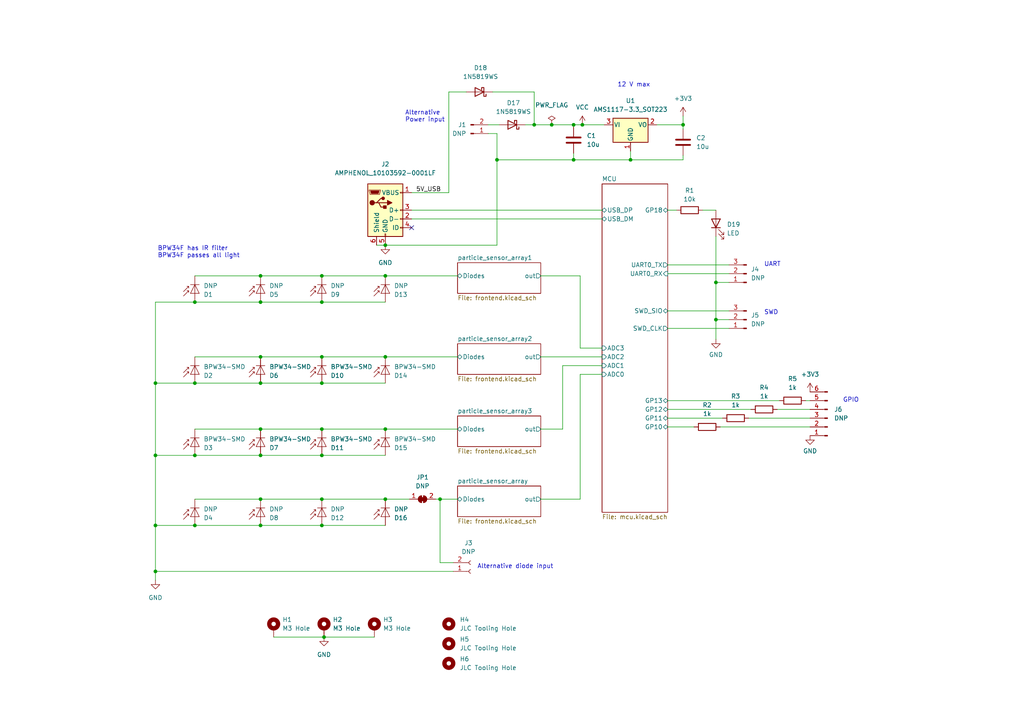
<source format=kicad_sch>
(kicad_sch (version 20211123) (generator eeschema)
  (paper "A4")
  (title_block (title "Beta Board") (date "2023-12-28") (rev "R1.0") (company "Tim Kuhlbusch") (comment 1 "Beta radiation detector"))
  (lib_symbols
    (symbol "Connector:Conn_01x02_Female" (pin_names (offset 1.016) hide)
      (property "Reference" "J" (at 0 2.54 0))
      (property "Value" "Conn_01x02_Female" (at 0 -5.08 0))
      (symbol "Conn_01x02_Female_1_1"
        (arc (start 0 -2.032) (mid -0.508 -2.54) (end 0 -3.048) (stroke (width 0.1524)))
        (polyline (pts (xy -1.27 -2.54) (xy -0.508 -2.54)) (stroke (width 0.1524)))
        (polyline (pts (xy -1.27 0) (xy -0.508 0)) (stroke (width 0.1524)))
        (arc (start 0 0.508) (mid -0.508 0) (end 0 -0.508) (stroke (width 0.1524)))
        (pin passive line (at -5.08 0 0) (length 3.81) (name "Pin_1") (number "1"))
        (pin passive line (at -5.08 -2.54 0) (length 3.81) (name "Pin_2") (number "2"))
      )
    )
    (symbol "Connector:Conn_01x02_Male" (pin_names (offset 1.016) hide)
      (property "Reference" "J" (at 0 2.54 0))
      (property "Value" "Conn_01x02_Male" (at 0 -5.08 0))
      (symbol "Conn_01x02_Male_1_1"
        (polyline (pts (xy 1.27 -2.54) (xy 0.8636 -2.54)) (stroke (width 0.1524)))
        (polyline (pts (xy 1.27 0) (xy 0.8636 0)) (stroke (width 0.1524)))
        (rectangle (start 0.8636 -2.413) (end 0 -2.667) (stroke (width 0.1524)) (fill (type outline)))
        (rectangle (start 0.8636 0.127) (end 0 -0.127) (stroke (width 0.1524)) (fill (type outline)))
        (pin passive line (at 5.08 0 180) (length 3.81) (name "Pin_1") (number "1"))
        (pin passive line (at 5.08 -2.54 180) (length 3.81) (name "Pin_2") (number "2"))
      )
    )
    (symbol "Connector:Conn_01x03_Male" (pin_names (offset 1.016) hide)
      (property "Reference" "J" (at 0 5.08 0))
      (property "Value" "Conn_01x03_Male" (at 0 -5.08 0))
      (symbol "Conn_01x03_Male_1_1"
        (polyline (pts (xy 1.27 -2.54) (xy 0.8636 -2.54)) (stroke (width 0.1524)))
        (polyline (pts (xy 1.27 0) (xy 0.8636 0)) (stroke (width 0.1524)))
        (polyline (pts (xy 1.27 2.54) (xy 0.8636 2.54)) (stroke (width 0.1524)))
        (rectangle (start 0.8636 -2.413) (end 0 -2.667) (stroke (width 0.1524)) (fill (type outline)))
        (rectangle (start 0.8636 0.127) (end 0 -0.127) (stroke (width 0.1524)) (fill (type outline)))
        (rectangle (start 0.8636 2.667) (end 0 2.413) (stroke (width 0.1524)) (fill (type outline)))
        (pin passive line (at 5.08 2.54 180) (length 3.81) (name "Pin_1") (number "1"))
        (pin passive line (at 5.08 0 180) (length 3.81) (name "Pin_2") (number "2"))
        (pin passive line (at 5.08 -2.54 180) (length 3.81) (name "Pin_3") (number "3"))
      )
    )
    (symbol "Connector:Conn_01x06_Male" (pin_names (offset 1.016) hide)
      (property "Reference" "J" (at 0 7.62 0))
      (property "Value" "Conn_01x06_Male" (at 0 -10.16 0))
      (symbol "Conn_01x06_Male_1_1"
        (polyline (pts (xy 1.27 -7.62) (xy 0.8636 -7.62)) (stroke (width 0.1524)))
        (polyline (pts (xy 1.27 -5.08) (xy 0.8636 -5.08)) (stroke (width 0.1524)))
        (polyline (pts (xy 1.27 -2.54) (xy 0.8636 -2.54)) (stroke (width 0.1524)))
        (polyline (pts (xy 1.27 0) (xy 0.8636 0)) (stroke (width 0.1524)))
        (polyline (pts (xy 1.27 2.54) (xy 0.8636 2.54)) (stroke (width 0.1524)))
        (polyline (pts (xy 1.27 5.08) (xy 0.8636 5.08)) (stroke (width 0.1524)))
        (rectangle (start 0.8636 -7.493) (end 0 -7.747) (stroke (width 0.1524)) (fill (type outline)))
        (rectangle (start 0.8636 -4.953) (end 0 -5.207) (stroke (width 0.1524)) (fill (type outline)))
        (rectangle (start 0.8636 -2.413) (end 0 -2.667) (stroke (width 0.1524)) (fill (type outline)))
        (rectangle (start 0.8636 0.127) (end 0 -0.127) (stroke (width 0.1524)) (fill (type outline)))
        (rectangle (start 0.8636 2.667) (end 0 2.413) (stroke (width 0.1524)) (fill (type outline)))
        (rectangle (start 0.8636 5.207) (end 0 4.953) (stroke (width 0.1524)) (fill (type outline)))
        (pin passive line (at 5.08 5.08 180) (length 3.81) (name "Pin_1") (number "1"))
        (pin passive line (at 5.08 2.54 180) (length 3.81) (name "Pin_2") (number "2"))
        (pin passive line (at 5.08 0 180) (length 3.81) (name "Pin_3") (number "3"))
        (pin passive line (at 5.08 -2.54 180) (length 3.81) (name "Pin_4") (number "4"))
        (pin passive line (at 5.08 -5.08 180) (length 3.81) (name "Pin_5") (number "5"))
        (pin passive line (at 5.08 -7.62 180) (length 3.81) (name "Pin_6") (number "6"))
      )
    )
    (symbol "Connector:USB_B_Micro" (pin_names (offset 1.016))
      (property "Reference" "J" (at -5.08 11.43 0))
      (property "Value" "USB_B_Micro" (at -5.08 8.89 0))
      (symbol "USB_B_Micro_0_1"
        (rectangle (start -5.08 -7.62) (end 5.08 7.62) (stroke (width 0.254)) (fill (type background)))
        (circle (center -3.81 2.159) (radius 0.635) (stroke (width 0.254)) (fill (type outline)))
        (circle (center -0.635 3.429) (radius 0.381) (stroke (width 0.254)) (fill (type outline)))
        (rectangle (start -0.127 -7.62) (end 0.127 -6.858))
        (polyline (pts (xy -1.905 2.159) (xy 0.635 2.159)) (stroke (width 0.254)))
        (polyline (pts (xy -3.175 2.159) (xy -2.54 2.159) (xy -1.27 3.429) (xy -0.635 3.429)) (stroke (width 0.254)))
        (polyline (pts (xy -2.54 2.159) (xy -1.905 2.159) (xy -1.27 0.889) (xy 0 0.889)) (stroke (width 0.254)))
        (polyline (pts (xy 0.635 2.794) (xy 0.635 1.524) (xy 1.905 2.159) (xy 0.635 2.794)) (stroke (width 0.254)) (fill (type outline)))
        (polyline (pts (xy -4.318 5.588) (xy -1.778 5.588) (xy -2.032 4.826) (xy -4.064 4.826) (xy -4.318 5.588)) (fill (type outline)))
        (polyline (pts (xy -4.699 5.842) (xy -4.699 5.588) (xy -4.445 4.826) (xy -4.445 4.572) (xy -1.651 4.572) (xy -1.651 4.826) (xy -1.397 5.588) (xy -1.397 5.842) (xy -4.699 5.842)))
        (rectangle (start 0.254 1.27) (end -0.508 0.508) (stroke (width 0.254)) (fill (type outline)))
        (rectangle (start 5.08 -5.207) (end 4.318 -4.953))
        (rectangle (start 5.08 -2.667) (end 4.318 -2.413))
        (rectangle (start 5.08 -0.127) (end 4.318 0.127))
        (rectangle (start 5.08 4.953) (end 4.318 5.207))
      )
      (symbol "USB_B_Micro_1_1"
        (pin power_out line (at 7.62 5.08 180) (length 2.54) (name "VBUS") (number "1"))
        (pin bidirectional line (at 7.62 -2.54 180) (length 2.54) (name "D-") (number "2"))
        (pin bidirectional line (at 7.62 0 180) (length 2.54) (name "D+") (number "3"))
        (pin passive line (at 7.62 -5.08 180) (length 2.54) (name "ID") (number "4"))
        (pin power_out line (at 0 -10.16 90) (length 2.54) (name "GND") (number "5"))
        (pin passive line (at -2.54 -10.16 90) (length 2.54) (name "Shield") (number "6"))
      )
    )
    (symbol "Device:C" (pin_numbers hide) (pin_names (offset 0.254))
      (property "Reference" "C" (at 0.635 2.54 0))
      (property "Value" "C" (at 0.635 -2.54 0))
      (symbol "C_0_1"
        (polyline (pts (xy -2.032 -0.762) (xy 2.032 -0.762)) (stroke (width 0.508)))
        (polyline (pts (xy -2.032 0.762) (xy 2.032 0.762)) (stroke (width 0.508)))
      )
      (symbol "C_1_1"
        (pin passive line (at 0 3.81 270) (length 2.794) (name "~") (number "1"))
        (pin passive line (at 0 -3.81 90) (length 2.794) (name "~") (number "2"))
      )
    )
    (symbol "Device:LED" (pin_numbers hide) (pin_names (offset 1.016) hide)
      (property "Reference" "D" (at 0 2.54 0))
      (property "Value" "LED" (at 0 -2.54 0))
      (symbol "LED_0_1"
        (polyline (pts (xy -1.27 -1.27) (xy -1.27 1.27)) (stroke (width 0.254)))
        (polyline (pts (xy -1.27 0) (xy 1.27 0)))
        (polyline (pts (xy 1.27 -1.27) (xy 1.27 1.27) (xy -1.27 0) (xy 1.27 -1.27)) (stroke (width 0.254)))
        (polyline (pts (xy -3.048 -0.762) (xy -4.572 -2.286) (xy -3.81 -2.286) (xy -4.572 -2.286) (xy -4.572 -1.524)))
        (polyline (pts (xy -1.778 -0.762) (xy -3.302 -2.286) (xy -2.54 -2.286) (xy -3.302 -2.286) (xy -3.302 -1.524)))
      )
      (symbol "LED_1_1"
        (pin passive line (at -3.81 0 0) (length 2.54) (name "K") (number "1"))
        (pin passive line (at 3.81 0 180) (length 2.54) (name "A") (number "2"))
      )
    )
    (symbol "Device:R" (pin_numbers hide) (pin_names (offset 0))
      (property "Reference" "R" (at 2.032 0 90))
      (property "Value" "R" (at 0 0 90))
      (symbol "R_0_1"
        (rectangle (start -1.016 -2.54) (end 1.016 2.54) (stroke (width 0.254)))
      )
      (symbol "R_1_1"
        (pin passive line (at 0 3.81 270) (length 1.27) (name "~") (number "1"))
        (pin passive line (at 0 -3.81 90) (length 1.27) (name "~") (number "2"))
      )
    )
    (symbol "Diode:1N5819WS" (pin_numbers hide) (pin_names (offset 1.016) hide)
      (property "Reference" "D" (at 0 2.54 0))
      (property "Value" "1N5819WS" (at 0 -2.54 0))
      (symbol "1N5819WS_0_1"
        (polyline (pts (xy 1.27 0) (xy -1.27 0)))
        (polyline (pts (xy 1.27 1.27) (xy 1.27 -1.27) (xy -1.27 0) (xy 1.27 1.27)) (stroke (width 0.254)))
        (polyline (pts (xy -1.905 0.635) (xy -1.905 1.27) (xy -1.27 1.27) (xy -1.27 -1.27) (xy -0.635 -1.27) (xy -0.635 -0.635)) (stroke (width 0.254)))
      )
      (symbol "1N5819WS_1_1"
        (pin passive line (at -3.81 0 0) (length 2.54) (name "K") (number "1"))
        (pin passive line (at 3.81 0 180) (length 2.54) (name "A") (number "2"))
      )
    )
    (symbol "Jumper:SolderJumper_2_Bridged" (pin_names (offset 0) hide)
      (property "Reference" "JP" (at 0 2.032 0))
      (property "Value" "SolderJumper_2_Bridged" (at 0 -2.54 0))
      (symbol "SolderJumper_2_Bridged_0_1"
        (rectangle (start -0.508 0.508) (end 0.508 -0.508) (fill (type outline)))
        (arc (start -0.254 1.016) (mid -1.27 0) (end -0.254 -1.016))
        (arc (start -0.254 1.016) (mid -1.27 0) (end -0.254 -1.016) (fill (type outline)))
        (polyline (pts (xy -0.254 1.016) (xy -0.254 -1.016)))
        (polyline (pts (xy 0.254 1.016) (xy 0.254 -1.016)))
        (arc (start 0.254 -1.016) (mid 1.27 0) (end 0.254 1.016))
        (arc (start 0.254 -1.016) (mid 1.27 0) (end 0.254 1.016) (fill (type outline)))
      )
      (symbol "SolderJumper_2_Bridged_1_1"
        (pin passive line (at -3.81 0 0) (length 2.54) (name "A") (number "1"))
        (pin passive line (at 3.81 0 180) (length 2.54) (name "B") (number "2"))
      )
    )
    (symbol "Mechanical:MountingHole" (pin_names (offset 1.016))
      (property "Reference" "H" (at 0 5.08 0))
      (property "Value" "MountingHole" (at 0 3.175 0))
      (symbol "MountingHole_0_1"
        (circle (center 0 0) (radius 1.27) (stroke (width 1.27)))
      )
    )
    (symbol "Mechanical:MountingHole_Pad" (pin_numbers hide) (pin_names (offset 1.016) hide)
      (property "Reference" "H" (at 0 6.35 0))
      (property "Value" "MountingHole_Pad" (at 0 4.445 0))
      (symbol "MountingHole_Pad_0_1"
        (circle (center 0 1.27) (radius 1.27) (stroke (width 1.27)))
      )
      (symbol "MountingHole_Pad_1_1"
        (pin input line (at 0 -2.54 90) (length 2.54) (name "1") (number "1"))
      )
    )
    (symbol "Regulator_Linear:NCP1117-3.3_SOT223" (pin_names (offset 0.254))
      (property "Reference" "U" (at -3.81 3.175 0))
      (property "Value" "NCP1117-3.3_SOT223" (at 0 3.175 0))
      (symbol "NCP1117-3.3_SOT223_0_1"
        (rectangle (start -5.08 -5.08) (end 5.08 1.905) (stroke (width 0.254)) (fill (type background)))
      )
      (symbol "NCP1117-3.3_SOT223_1_1"
        (pin power_in line (at 0 -7.62 90) (length 2.54) (name "GND") (number "1"))
        (pin power_out line (at 7.62 0 180) (length 2.54) (name "VO") (number "2"))
        (pin power_in line (at -7.62 0 0) (length 2.54) (name "VI") (number "3"))
      )
    )
    (symbol "Sensor_Optical:BPW34-SMD" (pin_numbers hide) (pin_names (offset 1.016) hide)
      (property "Reference" "D" (at 0.508 1.778 0))
      (property "Value" "BPW34-SMD" (at -1.016 -2.794 0))
      (symbol "BPW34-SMD_0_1"
        (polyline (pts (xy -2.54 1.27) (xy -2.54 -1.27)) (stroke (width 0.1524)))
        (polyline (pts (xy -2.032 1.778) (xy -1.524 1.778)))
        (polyline (pts (xy 0 -1.27) (xy 0 1.27)))
        (polyline (pts (xy 0 0) (xy -2.54 0)))
        (polyline (pts (xy -0.508 3.302) (xy -2.032 1.778) (xy -2.032 2.286)))
        (polyline (pts (xy 0 1.27) (xy -2.54 0) (xy 0 -1.27)))
        (polyline (pts (xy 0.762 3.302) (xy -0.762 1.778) (xy -0.762 2.286) (xy -0.762 1.778) (xy -0.254 1.778)))
      )
      (symbol "BPW34-SMD_1_1"
        (pin passive line (at -5.08 0 0) (length 2.54) (name "K") (number "1"))
        (pin passive line (at 2.54 0 180) (length 2.54) (name "A") (number "2"))
      )
    )
    (symbol "power:+3V3" (power) (pin_names (offset 0))
      (property "Value" "+3V3" (at 0 3.556 0))
      (symbol "+3V3_0_1"
        (polyline (pts (xy -0.762 1.27) (xy 0 2.54)))
        (polyline (pts (xy 0 0) (xy 0 2.54)))
        (polyline (pts (xy 0 2.54) (xy 0.762 1.27)))
      )
      (symbol "+3V3_1_1"
        (pin power_in line (at 0 0 90) (length 0) hide (name "+3V3") (number "1"))
      )
    )
    (symbol "power:GND" (power) (pin_names (offset 0))
      (property "Value" "GND" (at 0 -3.81 0))
      (symbol "GND_0_1"
        (polyline (pts (xy 0 0) (xy 0 -1.27) (xy 1.27 -1.27) (xy 0 -2.54) (xy -1.27 -1.27) (xy 0 -1.27)))
      )
      (symbol "GND_1_1"
        (pin power_in line (at 0 0 270) (length 0) hide (name "GND") (number "1"))
      )
    )
    (symbol "power:PWR_FLAG" (power) (pin_numbers hide) (pin_names (offset 0) hide)
      (property "Value" "PWR_FLAG" (at 0 3.81 0))
      (symbol "PWR_FLAG_0_0"
        (pin power_out line (at 0 0 90) (length 0) (name "pwr") (number "1"))
      )
      (symbol "PWR_FLAG_0_1"
        (polyline (pts (xy 0 0) (xy 0 1.27) (xy -1.016 1.905) (xy 0 2.54) (xy 1.016 1.905) (xy 0 1.27)))
      )
    )
    (symbol "power:VCC" (power) (pin_names (offset 0))
      (property "Value" "VCC" (at 0 3.81 0))
      (symbol "VCC_0_1"
        (polyline (pts (xy -0.762 1.27) (xy 0 2.54)))
        (polyline (pts (xy 0 0) (xy 0 2.54)))
        (polyline (pts (xy 0 2.54) (xy 0.762 1.27)))
      )
      (symbol "VCC_1_1"
        (pin power_in line (at 0 0 90) (length 0) hide (name "VCC") (number "1"))
      )
    )
  )
  (junction (at 168.91 36.195))
  (junction (at 56.515 132.08))
  (junction (at 166.37 36.195))
  (junction (at 166.37 46.355))
  (junction (at 111.76 71.12))
  (junction (at 93.345 152.4))
  (junction (at 56.515 87.63))
  (junction (at 75.565 144.78))
  (junction (at 111.76 124.46))
  (junction (at 93.345 132.08))
  (junction (at 75.565 80.01))
  (junction (at 182.88 46.355))
  (junction (at 56.515 152.4))
  (junction (at 45.085 132.08))
  (junction (at 93.345 80.01))
  (junction (at 207.645 81.915))
  (junction (at 144.145 46.355))
  (junction (at 45.085 152.4))
  (junction (at 198.12 36.195))
  (junction (at 45.085 165.735))
  (junction (at 93.345 144.78))
  (junction (at 75.565 152.4))
  (junction (at 75.565 103.505))
  (junction (at 93.345 103.505))
  (junction (at 111.76 80.01))
  (junction (at 93.345 124.46))
  (junction (at 45.085 111.125))
  (junction (at 154.94 36.195))
  (junction (at 56.515 111.125))
  (junction (at 75.565 87.63))
  (junction (at 75.565 124.46))
  (junction (at 127.635 144.78))
  (junction (at 111.76 144.78))
  (junction (at 75.565 111.125))
  (junction (at 93.345 87.63))
  (junction (at 160.02 36.195))
  (junction (at 207.645 92.71))
  (junction (at 93.98 184.785))
  (junction (at 75.565 132.08))
  (junction (at 93.345 111.125))
  (junction (at 111.76 103.505))
  (no_connect (at 119.38 66.04))
  (wire (pts (xy 56.515 87.63) (xy 45.085 87.63)))
  (wire (pts (xy 168.275 80.01) (xy 156.845 80.01)))
  (wire (pts (xy 111.76 103.505) (xy 132.715 103.505)))
  (wire (pts (xy 152.4 36.195) (xy 154.94 36.195)))
  (wire (pts (xy 56.515 80.01) (xy 75.565 80.01)))
  (wire (pts (xy 193.675 79.375) (xy 211.455 79.375)))
  (wire (pts (xy 93.345 87.63) (xy 111.76 87.63)))
  (wire (pts (xy 111.76 80.01) (xy 132.715 80.01)))
  (wire (pts (xy 233.68 116.205) (xy 234.95 116.205)))
  (wire (pts (xy 207.645 60.96) (xy 203.835 60.96)))
  (wire (pts (xy 127.635 144.78) (xy 132.715 144.78)))
  (wire (pts (xy 207.645 92.71) (xy 211.455 92.71)))
  (wire (pts (xy 75.565 124.46) (xy 93.345 124.46)))
  (wire (pts (xy 156.845 103.505) (xy 174.625 103.505)))
  (wire (pts (xy 79.375 184.785) (xy 93.98 184.785)))
  (wire (pts (xy 93.345 80.01) (xy 111.76 80.01)))
  (wire (pts (xy 119.38 60.96) (xy 174.625 60.96)))
  (wire (pts (xy 93.345 103.505) (xy 111.76 103.505)))
  (wire (pts (xy 45.085 165.735) (xy 45.085 168.275)))
  (wire (pts (xy 56.515 124.46) (xy 75.565 124.46)))
  (wire (pts (xy 163.195 124.46) (xy 163.195 106.045)))
  (wire (pts (xy 198.12 36.195) (xy 198.12 37.465)))
  (wire (pts (xy 111.76 144.78) (xy 118.745 144.78)))
  (wire (pts (xy 45.085 111.125) (xy 56.515 111.125)))
  (wire (pts (xy 45.085 132.08) (xy 45.085 152.4)))
  (wire (pts (xy 93.345 124.46) (xy 111.76 124.46)))
  (wire (pts (xy 56.515 103.505) (xy 75.565 103.505)))
  (wire (pts (xy 111.76 71.12) (xy 144.145 71.12)))
  (wire (pts (xy 207.645 81.915) (xy 211.455 81.915)))
  (wire (pts (xy 126.365 144.78) (xy 127.635 144.78)))
  (wire (pts (xy 56.515 152.4) (xy 75.565 152.4)))
  (wire (pts (xy 174.625 108.585) (xy 168.275 108.585)))
  (wire (pts (xy 127.635 163.195) (xy 131.445 163.195)))
  (wire (pts (xy 56.515 144.78) (xy 75.565 144.78)))
  (wire (pts (xy 160.02 36.195) (xy 166.37 36.195)))
  (wire (pts (xy 130.175 55.88) (xy 130.175 26.67)))
  (wire (pts (xy 93.345 132.08) (xy 111.76 132.08)))
  (wire (pts (xy 56.515 132.08) (xy 75.565 132.08)))
  (wire (pts (xy 119.38 63.5) (xy 174.625 63.5)))
  (wire (pts (xy 168.275 144.78) (xy 156.845 144.78)))
  (wire (pts (xy 75.565 80.01) (xy 93.345 80.01)))
  (wire (pts (xy 127.635 144.78) (xy 127.635 163.195)))
  (wire (pts (xy 166.37 44.45) (xy 166.37 46.355)))
  (wire (pts (xy 56.515 111.125) (xy 75.565 111.125)))
  (wire (pts (xy 207.645 92.71) (xy 207.645 98.425)))
  (wire (pts (xy 166.37 36.83) (xy 166.37 36.195)))
  (wire (pts (xy 130.175 26.67) (xy 135.255 26.67)))
  (wire (pts (xy 93.345 144.78) (xy 111.76 144.78)))
  (wire (pts (xy 154.94 26.67) (xy 154.94 36.195)))
  (wire (pts (xy 144.145 46.355) (xy 166.37 46.355)))
  (wire (pts (xy 156.845 124.46) (xy 163.195 124.46)))
  (wire (pts (xy 75.565 111.125) (xy 93.345 111.125)))
  (wire (pts (xy 75.565 87.63) (xy 93.345 87.63)))
  (wire (pts (xy 168.91 36.195) (xy 166.37 36.195)))
  (wire (pts (xy 193.675 60.96) (xy 196.215 60.96)))
  (wire (pts (xy 182.88 43.815) (xy 182.88 46.355)))
  (wire (pts (xy 109.22 71.12) (xy 111.76 71.12)))
  (wire (pts (xy 198.12 33.655) (xy 198.12 36.195)))
  (wire (pts (xy 142.875 26.67) (xy 154.94 26.67)))
  (wire (pts (xy 56.515 87.63) (xy 75.565 87.63)))
  (wire (pts (xy 168.275 108.585) (xy 168.275 144.78)))
  (wire (pts (xy 144.145 38.735) (xy 144.145 46.355)))
  (wire (pts (xy 45.085 87.63) (xy 45.085 111.125)))
  (wire (pts (xy 193.675 118.745) (xy 217.805 118.745)))
  (wire (pts (xy 208.915 123.825) (xy 234.95 123.825)))
  (wire (pts (xy 193.675 95.25) (xy 211.455 95.25)))
  (wire (pts (xy 45.085 111.125) (xy 45.085 132.08)))
  (wire (pts (xy 75.565 103.505) (xy 93.345 103.505)))
  (wire (pts (xy 168.275 100.965) (xy 168.275 80.01)))
  (wire (pts (xy 190.5 36.195) (xy 198.12 36.195)))
  (wire (pts (xy 75.565 132.08) (xy 93.345 132.08)))
  (wire (pts (xy 207.645 68.58) (xy 207.645 81.915)))
  (wire (pts (xy 198.12 46.355) (xy 198.12 45.085)))
  (wire (pts (xy 182.88 46.355) (xy 198.12 46.355)))
  (wire (pts (xy 75.565 152.4) (xy 93.345 152.4)))
  (wire (pts (xy 45.085 132.08) (xy 56.515 132.08)))
  (wire (pts (xy 193.675 123.825) (xy 201.295 123.825)))
  (wire (pts (xy 45.085 152.4) (xy 45.085 165.735)))
  (wire (pts (xy 163.195 106.045) (xy 174.625 106.045)))
  (wire (pts (xy 168.275 100.965) (xy 174.625 100.965)))
  (wire (pts (xy 119.38 55.88) (xy 130.175 55.88)))
  (wire (pts (xy 193.675 76.835) (xy 211.455 76.835)))
  (wire (pts (xy 93.345 152.4) (xy 111.76 152.4)))
  (wire (pts (xy 166.37 46.355) (xy 182.88 46.355)))
  (wire (pts (xy 225.425 118.745) (xy 234.95 118.745)))
  (wire (pts (xy 93.345 111.125) (xy 111.76 111.125)))
  (wire (pts (xy 207.645 81.915) (xy 207.645 92.71)))
  (wire (pts (xy 93.98 184.785) (xy 108.585 184.785)))
  (wire (pts (xy 111.76 124.46) (xy 132.715 124.46)))
  (wire (pts (xy 141.605 36.195) (xy 144.78 36.195)))
  (wire (pts (xy 154.94 36.195) (xy 160.02 36.195)))
  (wire (pts (xy 193.675 116.205) (xy 226.06 116.205)))
  (wire (pts (xy 193.675 121.285) (xy 209.55 121.285)))
  (wire (pts (xy 75.565 144.78) (xy 93.345 144.78)))
  (wire (pts (xy 193.675 90.17) (xy 211.455 90.17)))
  (wire (pts (xy 144.145 46.355) (xy 144.145 71.12)))
  (wire (pts (xy 141.605 38.735) (xy 144.145 38.735)))
  (wire (pts (xy 175.26 36.195) (xy 168.91 36.195)))
  (wire (pts (xy 217.17 121.285) (xy 234.95 121.285)))
  (wire (pts (xy 45.085 165.735) (xy 131.445 165.735)))
  (wire (pts (xy 45.085 152.4) (xy 56.515 152.4)))
  (text "SWD" (at 221.615 91.44 0) (effects (font (size 1.27 1.27)) (justify left bottom)))
  (text "12 V max" (at 179.07 25.4 0) (effects (font (size 1.27 1.27)) (justify left bottom)))
  (text "Alternative\nPower input" (at 117.475 35.56 0) (effects (font (size 1.27 1.27)) (justify left bottom)))
  (text "Alternative diode input" (at 138.43 165.1 0) (effects (font (size 1.27 1.27)) (justify left bottom)))
  (text "GPIO" (at 244.475 116.84 0) (effects (font (size 1.27 1.27)) (justify left bottom)))
  (text "BPW34F has IR filter\nBPW34F passes all light" (at 45.72 74.93 0) (effects (font (size 1.27 1.27)) (justify left bottom)))
  (text "UART" (at 221.615 77.47 0) (effects (font (size 1.27 1.27)) (justify left bottom)))
  (label "5V_USB" (at 120.65 55.88 0))
  (symbol (lib_id "Mechanical:MountingHole") (at 130.175 180.975 0) (unit 1) (in_bom no)
    (property "Reference" "H4" (at 133.35 179.7049 0) (effects (justify left)))
    (property "Value" "JLC Tooling Hole" (at 133.35 182.2449 0) (effects (justify left)))
    (property "Footprint" "betaBoard:JLC_tooling_hole" (effects hide))
  )
  (symbol (lib_id "Mechanical:MountingHole_Pad") (at 93.98 182.245 0) (unit 1) (in_bom no)
    (property "Reference" "H2" (at 96.52 179.7049 0) (effects (justify left)))
    (property "Value" "M3 Hole" (at 96.52 182.2449 0) (effects (justify left)))
    (property "Footprint" "MountingHole:MountingHole_2.7mm_M2.5_DIN965_Pad" (effects hide))
  )
  (symbol (lib_id "Device:R") (at 200.025 60.96 270) (unit 1)
    (property "Reference" "R1" (at 200.025 55.245 90))
    (property "Value" "10k" (at 200.025 57.785 90))
    (property "Footprint" "Resistor_SMD:R_0603_1608Metric" (effects hide))
  )
  (symbol (lib_id "Connector:Conn_01x03_Male") (at 216.535 79.375 180) (unit 1)
    (property "Reference" "J4" (at 217.805 78.1049 0) (effects (justify right)))
    (property "Value" "DNP" (at 217.805 80.6449 0) (effects (justify right)))
    (property "Footprint" "Connector_PinHeader_2.54mm:PinHeader_1x03_P2.54mm_Vertical" (effects hide))
  )
  (symbol (lib_id "Diode:1N5819WS") (at 139.065 26.67 180) (unit 1)
    (property "Reference" "D18" (at 139.3825 19.685 0))
    (property "Value" "1N5819WS" (at 139.3825 22.225 0))
    (property "Footprint" "Diode_SMD:D_SOD-323" (effects hide))
    (property "Datasheet" "https://datasheet.lcsc.com/lcsc/2204281430_Guangdong-Hottech-1N5819WS_C191023.pdf" (effects hide))
  )
  (symbol (lib_id "power:PWR_FLAG") (at 160.02 36.195 0) (unit 1)
    (property "Reference" "#FLG01" (effects hide))
    (property "Value" "PWR_FLAG" (at 160.02 30.48 0))
  )
  (symbol (lib_id "Sensor_Optical:BPW34-SMD") (at 93.345 129.54 90) (mirror x) (unit 1)
    (property "Reference" "D11" (at 95.885 129.883 90) (effects (justify right)))
    (property "Value" "BPW34-SMD" (at 95.885 127.343 90) (effects (justify right)))
    (property "Footprint" "betaBoard:Osram_BPW34S-SMD_hole" (effects hide))
    (property "Datasheet" "https://dammedia.osram.info/media/resource/hires/osram-dam-5488319/BPW%2034%20S_EN.pdf" (effects hide))
  )
  (symbol (lib_id "Mechanical:MountingHole_Pad") (at 108.585 182.245 0) (unit 1) (in_bom no)
    (property "Reference" "H3" (at 111.125 179.7049 0) (effects (justify left)))
    (property "Value" "M3 Hole" (at 111.125 182.2449 0) (effects (justify left)))
    (property "Footprint" "MountingHole:MountingHole_2.7mm_M2.5_DIN965_Pad" (effects hide))
  )
  (symbol (lib_id "Sensor_Optical:BPW34-SMD") (at 56.515 149.86 90) (mirror x) (unit 1)
    (property "Reference" "D4" (at 59.055 150.203 90) (effects (justify right)))
    (property "Value" "DNP" (at 59.055 147.663 90) (effects (justify right)))
    (property "Footprint" "OptoDevice:Osram_BPW34S-SMD" (effects hide))
    (property "Datasheet" "https://dammedia.osram.info/media/resource/hires/osram-dam-5488319/BPW%2034%20S_EN.pdf" (effects hide))
  )
  (symbol (lib_id "Device:C") (at 198.12 41.275 0) (unit 1)
    (property "Reference" "C2" (at 201.93 40.0049 0) (effects (justify left)))
    (property "Value" "10u" (at 201.93 42.5449 0) (effects (justify left)))
    (property "Footprint" "Capacitor_SMD:C_1206_3216Metric" (effects hide))
  )
  (symbol (lib_id "Sensor_Optical:BPW34-SMD") (at 56.515 85.09 90) (mirror x) (unit 1)
    (property "Reference" "D1" (at 59.055 85.433 90) (effects (justify right)))
    (property "Value" "DNP" (at 59.055 82.893 90) (effects (justify right)))
    (property "Footprint" "OptoDevice:Osram_BPW34S-SMD" (effects hide))
    (property "Datasheet" "https://dammedia.osram.info/media/resource/hires/osram-dam-5488319/BPW%2034%20S_EN.pdf" (effects hide))
  )
  (symbol (lib_id "Device:LED") (at 207.645 64.77 90) (unit 1)
    (property "Reference" "D19" (at 210.82 65.0874 90) (effects (justify right)))
    (property "Value" "LED" (at 210.82 67.6274 90) (effects (justify right)))
    (property "Footprint" "LED_SMD:LED_0603_1608Metric" (effects hide))
  )
  (symbol (lib_id "Mechanical:MountingHole") (at 130.175 186.69 0) (unit 1) (in_bom no)
    (property "Reference" "H5" (at 133.35 185.4199 0) (effects (justify left)))
    (property "Value" "JLC Tooling Hole" (at 133.35 187.9599 0) (effects (justify left)))
    (property "Footprint" "betaBoard:JLC_tooling_hole" (effects hide))
  )
  (symbol (lib_id "power:GND") (at 45.085 168.275 0) (unit 1)
    (property "Reference" "#PWR04" (effects hide))
    (property "Value" "GND" (at 45.085 173.355 0))
  )
  (symbol (lib_id "Sensor_Optical:BPW34-SMD") (at 75.565 85.09 90) (mirror x) (unit 1)
    (property "Reference" "D5" (at 78.105 85.433 90) (effects (justify right)))
    (property "Value" "DNP" (at 78.105 82.893 90) (effects (justify right)))
    (property "Footprint" "OptoDevice:Osram_BPW34S-SMD" (effects hide))
    (property "Datasheet" "https://dammedia.osram.info/media/resource/hires/osram-dam-5488319/BPW%2034%20S_EN.pdf" (effects hide))
  )
  (symbol (lib_id "Sensor_Optical:BPW34-SMD") (at 111.76 108.585 90) (mirror x) (unit 1)
    (property "Reference" "D14" (at 114.3 108.928 90) (effects (justify right)))
    (property "Value" "BPW34-SMD" (at 114.3 106.388 90) (effects (justify right)))
    (property "Footprint" "betaBoard:Osram_BPW34S-SMD_hole" (effects hide))
    (property "Datasheet" "https://dammedia.osram.info/media/resource/hires/osram-dam-5488319/BPW%2034%20S_EN.pdf" (effects hide))
  )
  (symbol (lib_id "Sensor_Optical:BPW34-SMD") (at 75.565 108.585 90) (mirror x) (unit 1)
    (property "Reference" "D6" (at 78.105 108.928 90) (effects (justify right)))
    (property "Value" "BPW34-SMD" (at 78.105 106.388 90) (effects (justify right)))
    (property "Footprint" "betaBoard:Osram_BPW34S-SMD_hole" (effects hide))
    (property "Datasheet" "https://dammedia.osram.info/media/resource/hires/osram-dam-5488319/BPW%2034%20S_EN.pdf" (effects hide))
  )
  (symbol (lib_id "power:VCC") (at 168.91 36.195 0) (unit 1)
    (property "Reference" "#PWR08" (effects hide))
    (property "Value" "VCC" (at 168.91 31.115 0))
  )
  (symbol (lib_id "Sensor_Optical:BPW34-SMD") (at 56.515 129.54 90) (mirror x) (unit 1)
    (property "Reference" "D3" (at 59.055 129.883 90) (effects (justify right)))
    (property "Value" "BPW34-SMD" (at 59.055 127.343 90) (effects (justify right)))
    (property "Footprint" "betaBoard:Osram_BPW34S-SMD_hole" (effects hide))
    (property "Datasheet" "https://dammedia.osram.info/media/resource/hires/osram-dam-5488319/BPW%2034%20S_EN.pdf" (effects hide))
  )
  (symbol (lib_id "power:GND") (at 207.645 98.425 0) (unit 1)
    (property "Reference" "#PWR011" (effects hide))
    (property "Value" "GND" (at 207.645 102.87 0))
  )
  (symbol (lib_id "Connector:Conn_01x02_Female") (at 136.525 165.735 0) (mirror x) (unit 1)
    (property "Reference" "J3" (at 135.89 157.48 0))
    (property "Value" "DNP" (at 135.89 160.02 0))
    (property "Footprint" "Connector_PinSocket_2.54mm:PinSocket_1x02_P2.54mm_Vertical" (effects hide))
  )
  (symbol (lib_id "Diode:1N5819WS") (at 148.59 36.195 180) (unit 1)
    (property "Reference" "D17" (at 148.9075 29.845 0))
    (property "Value" "1N5819WS" (at 148.9075 32.385 0))
    (property "Footprint" "Diode_SMD:D_SOD-323" (effects hide))
    (property "Datasheet" "https://datasheet.lcsc.com/lcsc/2204281430_Guangdong-Hottech-1N5819WS_C191023.pdf" (effects hide))
  )
  (symbol (lib_id "Sensor_Optical:BPW34-SMD") (at 93.345 108.585 90) (mirror x) (unit 1)
    (property "Reference" "D10" (at 95.885 108.928 90) (effects (justify right)))
    (property "Value" "BPW34-SMD" (at 95.885 106.388 90) (effects (justify right)))
    (property "Footprint" "betaBoard:Osram_BPW34S-SMD_hole" (effects hide))
    (property "Datasheet" "https://dammedia.osram.info/media/resource/hires/osram-dam-5488319/BPW%2034%20S_EN.pdf" (effects hide))
  )
  (symbol (lib_id "power:+3V3") (at 198.12 33.655 0) (unit 1)
    (property "Reference" "#PWR010" (effects hide))
    (property "Value" "+3V3" (at 198.12 28.575 0))
  )
  (symbol (lib_id "power:GND") (at 93.98 184.785 0) (unit 1)
    (property "Reference" "#PWR05" (effects hide))
    (property "Value" "GND" (at 93.98 189.865 0))
  )
  (symbol (lib_id "Sensor_Optical:BPW34-SMD") (at 111.76 85.09 90) (mirror x) (unit 1)
    (property "Reference" "D13" (at 114.3 85.433 90) (effects (justify right)))
    (property "Value" "DNP" (at 114.3 82.893 90) (effects (justify right)))
    (property "Footprint" "OptoDevice:Osram_BPW34S-SMD" (effects hide))
    (property "Datasheet" "https://dammedia.osram.info/media/resource/hires/osram-dam-5488319/BPW%2034%20S_EN.pdf" (effects hide))
  )
  (symbol (lib_id "Device:R") (at 213.36 121.285 90) (unit 1)
    (property "Reference" "R3" (at 213.36 114.935 90))
    (property "Value" "1k" (at 213.36 117.475 90))
    (property "Footprint" "Resistor_SMD:R_0603_1608Metric" (effects hide))
  )
  (symbol (lib_id "Sensor_Optical:BPW34-SMD") (at 56.515 108.585 90) (mirror x) (unit 1)
    (property "Reference" "D2" (at 59.055 108.928 90) (effects (justify right)))
    (property "Value" "BPW34-SMD" (at 59.055 106.388 90) (effects (justify right)))
    (property "Footprint" "betaBoard:Osram_BPW34S-SMD_hole" (effects hide))
    (property "Datasheet" "https://dammedia.osram.info/media/resource/hires/osram-dam-5488319/BPW%2034%20S_EN.pdf" (effects hide))
  )
  (symbol (lib_id "Jumper:SolderJumper_2_Bridged") (at 122.555 144.78 0) (unit 1)
    (property "Reference" "JP1" (at 122.555 138.43 0))
    (property "Value" "DNP" (at 122.555 140.97 0))
    (property "Footprint" "Jumper:SolderJumper-2_P1.3mm_Bridged2Bar_Pad1.0x1.5mm" (effects hide))
  )
  (symbol (lib_id "Sensor_Optical:BPW34-SMD") (at 75.565 129.54 90) (mirror x) (unit 1)
    (property "Reference" "D7" (at 78.105 129.883 90) (effects (justify right)))
    (property "Value" "BPW34-SMD" (at 78.105 127.343 90) (effects (justify right)))
    (property "Footprint" "betaBoard:Osram_BPW34S-SMD_hole" (effects hide))
    (property "Datasheet" "https://dammedia.osram.info/media/resource/hires/osram-dam-5488319/BPW%2034%20S_EN.pdf" (effects hide))
  )
  (symbol (lib_id "Connector:Conn_01x03_Male") (at 216.535 92.71 180) (unit 1)
    (property "Reference" "J5" (at 217.805 91.4399 0) (effects (justify right)))
    (property "Value" "DNP" (at 217.805 93.9799 0) (effects (justify right)))
    (property "Footprint" "Connector_PinHeader_2.54mm:PinHeader_1x03_P2.54mm_Vertical" (effects hide))
  )
  (symbol (lib_id "Device:R") (at 229.87 116.205 90) (unit 1)
    (property "Reference" "R5" (at 229.87 109.855 90))
    (property "Value" "1k" (at 229.87 112.395 90))
    (property "Footprint" "Resistor_SMD:R_0603_1608Metric" (effects hide))
  )
  (symbol (lib_id "Connector:USB_B_Micro") (at 111.76 60.96 0) (unit 1)
    (property "Reference" "J2" (at 111.76 47.625 0))
    (property "Value" "AMPHENOL_10103592-0001LF" (at 111.76 50.165 0))
    (property "Footprint" "betaBoard:AMPHENOL_10103592-0001LF" (effects hide))
  )
  (symbol (lib_id "Sensor_Optical:BPW34-SMD") (at 93.345 149.86 90) (mirror x) (unit 1)
    (property "Reference" "D12" (at 95.885 150.203 90) (effects (justify right)))
    (property "Value" "DNP" (at 95.885 147.663 90) (effects (justify right)))
    (property "Footprint" "OptoDevice:Osram_BPW34S-SMD" (effects hide))
    (property "Datasheet" "https://dammedia.osram.info/media/resource/hires/osram-dam-5488319/BPW%2034%20S_EN.pdf" (effects hide))
  )
  (symbol (lib_id "Sensor_Optical:BPW34-SMD") (at 93.345 85.09 90) (mirror x) (unit 1)
    (property "Reference" "D9" (at 95.885 85.433 90) (effects (justify right)))
    (property "Value" "DNP" (at 95.885 82.893 90) (effects (justify right)))
    (property "Footprint" "OptoDevice:Osram_BPW34S-SMD" (effects hide))
    (property "Datasheet" "https://dammedia.osram.info/media/resource/hires/osram-dam-5488319/BPW%2034%20S_EN.pdf" (effects hide))
  )
  (symbol (lib_id "Sensor_Optical:BPW34-SMD") (at 111.76 149.86 90) (mirror x) (unit 1)
    (property "Reference" "D16" (at 114.3 150.203 90) (effects (justify right)))
    (property "Value" "DNP" (at 114.3 147.663 90) (effects (justify right)))
    (property "Footprint" "OptoDevice:Osram_BPW34S-SMD" (effects hide))
    (property "Datasheet" "https://dammedia.osram.info/media/resource/hires/osram-dam-5488319/BPW%2034%20S_EN.pdf" (effects hide))
  )
  (symbol (lib_id "Device:R") (at 205.105 123.825 90) (unit 1)
    (property "Reference" "R2" (at 205.105 117.475 90))
    (property "Value" "1k" (at 205.105 120.015 90))
    (property "Footprint" "Resistor_SMD:R_0603_1608Metric" (effects hide))
  )
  (symbol (lib_id "Connector:Conn_01x02_Male") (at 136.525 38.735 0) (mirror x) (unit 1)
    (property "Reference" "J1" (at 135.255 36.1949 0) (effects (justify right)))
    (property "Value" "DNP" (at 135.255 38.7349 0) (effects (justify right)))
    (property "Footprint" "betaBoard:PinHeader_1x02_P2.54mm_castellation" (effects hide))
  )
  (symbol (lib_id "Sensor_Optical:BPW34-SMD") (at 75.565 149.86 90) (mirror x) (unit 1)
    (property "Reference" "D8" (at 78.105 150.203 90) (effects (justify right)))
    (property "Value" "DNP" (at 78.105 147.663 90) (effects (justify right)))
    (property "Footprint" "OptoDevice:Osram_BPW34S-SMD" (effects hide))
    (property "Datasheet" "https://dammedia.osram.info/media/resource/hires/osram-dam-5488319/BPW%2034%20S_EN.pdf" (effects hide))
  )
  (symbol (lib_id "power:+3V3") (at 234.95 113.665 0) (unit 1)
    (property "Reference" "#PWR014" (effects hide))
    (property "Value" "+3V3" (at 234.95 108.585 0))
  )
  (symbol (lib_id "Device:R") (at 221.615 118.745 90) (unit 1)
    (property "Reference" "R4" (at 221.615 112.395 90))
    (property "Value" "1k" (at 221.615 114.935 90))
    (property "Footprint" "Resistor_SMD:R_0603_1608Metric" (effects hide))
  )
  (symbol (lib_id "power:GND") (at 234.95 126.365 0) (unit 1)
    (property "Reference" "#PWR015" (effects hide))
    (property "Value" "GND" (at 234.95 130.81 0))
  )
  (symbol (lib_id "Connector:Conn_01x06_Male") (at 240.03 121.285 180) (unit 1)
    (property "Reference" "J6" (at 241.935 118.7449 0) (effects (justify right)))
    (property "Value" "DNP" (at 241.935 121.2849 0) (effects (justify right)))
    (property "Footprint" "Connector_PinHeader_2.54mm:PinHeader_1x06_P2.54mm_Vertical" (effects hide))
  )
  (symbol (lib_id "Regulator_Linear:NCP1117-3.3_SOT223") (at 182.88 36.195 0) (unit 1)
    (property "Reference" "U1" (at 182.88 29.21 0))
    (property "Value" "AMS1117-3.3_SOT223" (at 182.88 31.75 0))
    (property "Footprint" "Package_TO_SOT_SMD:SOT-223-3_TabPin2" (effects hide))
    (property "Datasheet" "http://www.onsemi.com/pub_link/Collateral/NCP1117-D.PDF" (effects hide))
  )
  (symbol (lib_id "Mechanical:MountingHole_Pad") (at 79.375 182.245 0) (unit 1) (in_bom no)
    (property "Reference" "H1" (at 81.915 179.7049 0) (effects (justify left)))
    (property "Value" "M3 Hole" (at 81.915 182.2449 0) (effects (justify left)))
    (property "Footprint" "MountingHole:MountingHole_2.7mm_M2.5_DIN965_Pad" (effects hide))
  )
  (symbol (lib_id "Sensor_Optical:BPW34-SMD") (at 111.76 129.54 90) (mirror x) (unit 1)
    (property "Reference" "D15" (at 114.3 129.883 90) (effects (justify right)))
    (property "Value" "BPW34-SMD" (at 114.3 127.343 90) (effects (justify right)))
    (property "Footprint" "betaBoard:Osram_BPW34S-SMD_hole" (effects hide))
    (property "Datasheet" "https://dammedia.osram.info/media/resource/hires/osram-dam-5488319/BPW%2034%20S_EN.pdf" (effects hide))
  )
  (symbol (lib_id "power:GND") (at 111.76 71.12 0) (unit 1)
    (property "Reference" "#PWR06" (effects hide))
    (property "Value" "GND" (at 111.76 76.2 0))
  )
  (symbol (lib_id "Device:C") (at 166.37 40.64 0) (unit 1)
    (property "Reference" "C1" (at 170.18 39.3699 0) (effects (justify left)))
    (property "Value" "10u" (at 170.18 41.9099 0) (effects (justify left)))
    (property "Footprint" "Capacitor_SMD:C_1206_3216Metric" (effects hide))
  )
  (symbol (lib_id "Mechanical:MountingHole") (at 130.175 192.405 0) (unit 1) (in_bom no)
    (property "Reference" "H6" (at 133.35 191.1349 0) (effects (justify left)))
    (property "Value" "JLC Tooling Hole" (at 133.35 193.6749 0) (effects (justify left)))
    (property "Footprint" "betaBoard:JLC_tooling_hole" (effects hide))
  )
  (sheet (at 132.715 140.97) (size 24.13 8.89) (stroke (width 0.1524))
    (property "Sheet name" "particle_sensor_array" (at 132.715 140.2584 0) (effects (justify left bottom)))
    (property "Sheet file" "frontend.kicad_sch" (at 132.715 150.4446 0) (effects (justify left top)))
    (pin "out" output (at 156.845 144.78 0))
    (pin "Diodes" bidirectional (at 132.715 144.78 180))
  )
  (sheet (at 132.715 120.65) (size 24.13 8.89) (stroke (width 0.1524))
    (property "Sheet name" "particle_sensor_array3" (at 132.715 119.9384 0) (effects (justify left bottom)))
    (property "Sheet file" "frontend.kicad_sch" (at 132.715 130.1246 0) (effects (justify left top)))
    (pin "out" output (at 156.845 124.46 0))
    (pin "Diodes" bidirectional (at 132.715 124.46 180))
  )
  (sheet (at 174.625 53.34) (size 19.05 95.25) (stroke (width 0.1524))
    (property "Sheet name" "MCU" (at 174.625 52.6284 0) (effects (justify left bottom)))
    (property "Sheet file" "mcu.kicad_sch" (at 174.625 149.1746 0) (effects (justify left top)))
    (pin "SWD_SIO" bidirectional (at 193.675 90.17 0))
    (pin "SWD_CLK" output (at 193.675 95.25 0))
    (pin "ADC0" input (at 174.625 108.585 180))
    (pin "ADC2" input (at 174.625 103.505 180))
    (pin "ADC1" input (at 174.625 106.045 180))
    (pin "ADC3" input (at 174.625 100.965 180))
    (pin "GP18" bidirectional (at 193.675 60.96 0))
    (pin "UART0_TX" output (at 193.675 76.835 0))
    (pin "UART0_RX" input (at 193.675 79.375 0))
    (pin "GP11" bidirectional (at 193.675 121.285 0))
    (pin "GP10" bidirectional (at 193.675 123.825 0))
    (pin "GP12" bidirectional (at 193.675 118.745 0))
    (pin "GP13" bidirectional (at 193.675 116.205 0))
    (pin "USB_DP" bidirectional (at 174.625 60.96 180))
    (pin "USB_DM" bidirectional (at 174.625 63.5 180))
  )
  (sheet (at 132.715 76.2) (size 24.13 8.89) (stroke (width 0.1524))
    (property "Sheet name" "particle_sensor_array1" (at 132.715 75.4884 0) (effects (justify left bottom)))
    (property "Sheet file" "frontend.kicad_sch" (at 132.715 85.6746 0) (effects (justify left top)))
    (pin "out" output (at 156.845 80.01 0))
    (pin "Diodes" bidirectional (at 132.715 80.01 180))
  )
  (sheet (at 132.715 99.695) (size 24.13 8.89) (stroke (width 0.1524))
    (property "Sheet name" "particle_sensor_array2" (at 132.715 98.9834 0) (effects (justify left bottom)))
    (property "Sheet file" "frontend.kicad_sch" (at 132.715 109.1696 0) (effects (justify left top)))
    (pin "out" output (at 156.845 103.505 0))
    (pin "Diodes" bidirectional (at 132.715 103.505 180))
  )
)
</source>
